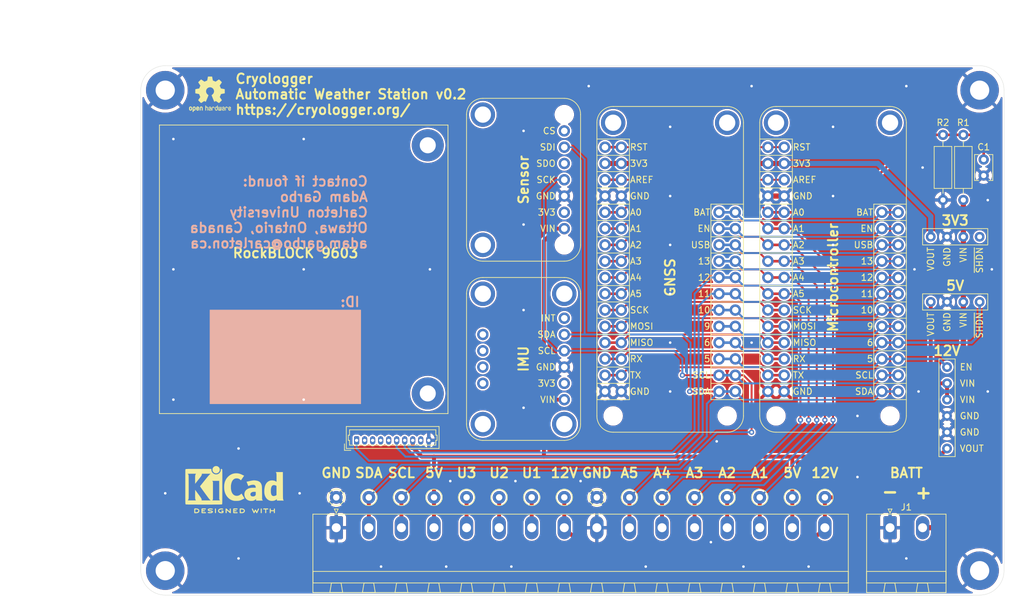
<source format=kicad_pcb>
(kicad_pcb (version 20211014) (generator pcbnew)
  (layers (0 "F.Cu" signal) (31 "B.Cu" signal) (34 "B.Paste" user) (35 "F.Paste" user) (36 "B.SilkS" user "B.Silkscreen") (37 "F.SilkS" user "F.Silkscreen") (38 "B.Mask" user) (39 "F.Mask" user) (44 "Edge.Cuts" user))
  (net 0 "")
  (net 1 "SCL")
  (net 2 "SDA")
  (net 3 "RST")
  (net 4 "AREF")
  (net 5 "SCK")
  (net 6 "MOSI")
  (net 7 "MISO")
  (net 8 "RX0")
  (net 9 "TX1")
  (net 10 "BAT")
  (net 11 "EN")
  (net 12 "A1")
  (net 13 "USB")
  (net 14 "A0")
  (net 15 "A2")
  (net 16 "A3")
  (net 17 "GND")
  (net 18 "+BATT")
  (net 19 "D6")
  (net 20 "D13")
  (net 21 "D5")
  (net 22 "D12")
  (net 23 "D11")
  (net 24 "D10")
  (net 25 "D9")
  (net 26 "+5V")
  (net 27 "+3V3")
  (net 28 "A4")
  (net 29 "A5")
  (net 40 "+12V")
  (net 41 "NC3")
  (net 42 "NC2")
  (net 43 "NC1")
  (footprint "MountingHole:MountingHole_3mm_Pad" (layer "F.Cu") (at 91.44 60.96)
    (fp_text reference "H2")
    (fp_text value "MountingHole_Pad")
  )
  (footprint "Cryologger:Adafruit_Feather_Header_Double" (layer "F.Cu") (at 170.18 88.9)
    (fp_text reference "U3")
    (fp_text value "Adafruit_Feather_Header")
  )
  (footprint "MountingHole:MountingHole_3mm_Pad" (layer "F.Cu") (at 218.44 135.89)
    (fp_text reference "H4")
    (fp_text value "MountingHole_Pad")
  )
  (footprint "MountingHole:MountingHole_3mm_Pad" (layer "F.Cu") (at 218.44 60.96)
    (fp_text reference "H3")
    (fp_text value "MountingHole_Pad")
  )
  (footprint "Cryologger:Adafruit_Feather_Header_Double" (layer "F.Cu") (at 195.58 88.9)
    (fp_text reference "U4")
    (fp_text value "Adafruit_Feather_Header")
  )
  (footprint "Connector_Molex:Molex_PicoBlade_53047-1010_1x10_P1.25mm_Vertical" (layer "F.Cu") (at 121.285 115.57)
    (fp_text reference "U5")
    (fp_text value "ROCKBLOCK_9603")
  )
  (footprint "MountingHole:MountingHole_3mm_Pad" (layer "F.Cu") (at 91.44 135.89)
    (fp_text reference "H1")
    (fp_text value "MountingHole_Pad")
  )
  (footprint "Resistor_THT:R_Axial_DIN0207_L6.3mm_D2.5mm_P10.16mm_Horizontal" (layer "F.Cu") (at 215.9 78.085 90)
    (fp_text reference "R1")
    (fp_text value "4M" hide)
  )
  (footprint "Capacitor_THT:C_Disc_D3.8mm_W2.6mm_P2.50mm" (layer "F.Cu") (at 219.075 71.775 -90)
    (fp_text reference "C1")
    (fp_text value "C")
  )
  (footprint "Cryologger:RockBLOCK_9603" (layer "F.Cu") (at 113.03 88.9)
    (fp_text reference "U8" hide)
    (fp_text value "RockBLOCK_Footprint")
  )
  (footprint "Resistor_THT:R_Axial_DIN0207_L6.3mm_D2.5mm_P10.16mm_Horizontal" (layer "F.Cu") (at 212.725 67.925 -90)
    (fp_text reference "R2")
    (fp_text value "1M" hide)
  )
  (footprint "Connector_Phoenix_MSTB:PhoenixContact_MSTBA_2,5_2-G-5,08_1x02_P5.08mm_Horizontal" (layer "F.Cu") (at 204.47 129.1915)
    (fp_text reference "J1")
    (fp_text value "Screw_Terminal_01x02")
  )
  (footprint "Cryologger:Adafruit_LSM303AGR" (layer "F.Cu") (at 147.32 102.87)
    (fp_text reference "U1" hide)
    (fp_text value "Adafruit_LSM303AGR")
  )
  (footprint "Cryologger:Adafruit_DPS310" (layer "F.Cu") (at 147.32 74.93)
    (fp_text reference "U2" hide)
    (fp_text value "Adafruit_DPS310")
  )
  (footprint "Cryologger:Pololu_D36V6x" (layer "F.Cu") (at 214.63 85.09)
    (fp_text reference "U6" hide)
    (fp_text value "Pololu_D36V6x")
  )
  (footprint "Cryologger:Pin_1.0mm_10.0mm_1x16" (layer "F.Cu") (at 158.75 124.46)
    (fp_text reference "J3" hide)
    (fp_text value "Conn_01x16")
  )
  (footprint "Connector_Phoenix_MSTB:PhoenixContact_MSTBA_2,5_16-G-5,08_1x16_P5.08mm_Horizontal" (layer "F.Cu") (at 118.11 129.1915)
    (fp_text reference "J2" hide)
    (fp_text value "Screw_Terminal_01x16")
  )
  (footprint "Symbol:KiCad-Logo2_6mm_SilkScreen" (layer "F.Cu") (at 102.235 122.555)
    (fp_text reference "REF**" hide)
    (fp_text value "KiCad-Logo2_6mm_SilkScreen" hide)
  )
  (footprint "Cryologger:Pololu_D36V6x" (layer "F.Cu") (at 214.63 95.25)
    (fp_text reference "U7" hide)
    (fp_text value "Pololu_D36V6x")
  )
  (footprint "Cryologger:Pololu_U3V40Fx" (layer "F.Cu") (at 213.36 110.49)
    (fp_text reference "U9" hide)
    (fp_text value "Pololu_U3V40Fx")
  )
  (footprint "Symbol:OSHW-Logo2_7.3x6mm_SilkScreen" (layer "F.Cu") (at 98.425 61.595)
    (fp_text reference "REF**" hide)
    (fp_text value "OSHW-Logo2_7.3x6mm_SilkScreen" hide)
  )
  (gr_poly (pts (xy 121.92 109.855) (xy 98.425 109.855) (xy 98.425 95.25) (xy 121.92 95.25)) (layer "B.SilkS") (width 0.1) (fill solid))
  (gr_line (start 87.63 135.89) (end 87.63 60.96) (layer "Edge.Cuts") (width 0.05))
  (gr_arc (start 91.44 139.7) (mid 88.745923 138.584077) (end 87.63 135.89) (layer "Edge.Cuts") (width 0.05))
  (gr_line (start 222.25 60.96) (end 222.25 135.89) (layer "Edge.Cuts") (width 0.05))
  (gr_line (start 91.44 139.7) (end 218.44 139.7) (layer "Edge.Cuts") (width 0.05))
  (gr_line (start 91.44 57.15) (end 218.44 57.15) (layer "Edge.Cuts") (width 0.05))
  (gr_arc (start 218.44 57.15) (mid 221.134077 58.265923) (end 222.25 60.96) (layer "Edge.Cuts") (width 0.05))
  (gr_arc (start 222.25 135.89) (mid 221.134077 138.584077) (end 218.44 139.7) (layer "Edge.Cuts") (width 0.05))
  (gr_arc (start 87.63 60.96) (mid 88.745923 58.265923) (end 91.44 57.15) (layer "Edge.Cuts") (width 0.05))
  (gr_text "Contact if found:\nAdam Garbo\nCarleton University\nOttawa, Ontario, Canada\nadam.garbo@carleton.ca" (at 123.19 80.01) (layer "B.SilkS") (effects (font (size 1.5 1.5) (thickness 0.3)) (justify left mirror)))
  (gr_text "ID:" (at 121.92 93.98) (layer "B.SilkS") (effects (font (size 1.5 1.5) (thickness 0.3)) (justify left mirror)))
  (gr_text "IMU" (at 147.32 102.87 90) (layer "F.SilkS") (effects (font (size 1.5 1.5) (thickness 0.3))))
  (gr_text "3V3" (at 214.63 81.28) (layer "F.SilkS") (effects (font (size 1.5 1.5) (thickness 0.3))))
  (gr_text "5V" (at 214.63 91.44) (layer "F.SilkS") (effects (font (size 1.5 1.5) (thickness 0.3))))
  (gr_text "-" (at 204.47 123.825 180) (layer "F.SilkS") (effects (font (size 2 2) (thickness 0.4))))
  (gr_text "+" (at 209.55 123.825 90) (layer "F.SilkS") (effects (font (size 2 2) (thickness 0.4))))
  (gr_text "A2" (at 179.07 120.65) (layer "F.SilkS") (effects (font (size 1.5 1.5) (thickness 0.3))))
  (gr_text "U3\n" (at 138.43 120.65) (layer "F.SilkS") (effects (font (size 1.5 1.5) (thickness 0.3))))
  (gr_text "A1" (at 184.15 120.65) (layer "F.SilkS") (effects (font (size 1.5 1.5) (thickness 0.3))))
  (gr_text "RockBLOCK 9603" (at 111.76 86.36) (layer "F.SilkS") (effects (font (size 1.5 1.5) (thickness 0.3))))
  (gr_text "GND" (at 158.75 120.65) (layer "F.SilkS") (effects (font (size 1.5 1.5) (thickness 0.3))))
  (gr_text "12V" (at 153.67 120.65) (layer "F.SilkS") (effects (font (size 1.5 1.5) (thickness 0.3))))
  (gr_text "GND" (at 118.11 120.65) (layer "F.SilkS") (effects (font (size 1.5 1.5) (thickness 0.3))))
  (gr_text "Sensor" (at 147.32 74.93 90) (layer "F.SilkS") (effects (font (size 1.5 1.5) (thickness 0.3))))
  (gr_text "SDA" (at 123.19 120.65) (layer "F.SilkS") (effects (font (size 1.5 1.5) (thickness 0.3))))
  (gr_text "5V" (at 189.23 120.65) (layer "F.SilkS") (effects (font (size 1.5 1.5) (thickness 0.3))))
  (gr_text "A5" (at 163.83 120.65) (layer "F.SilkS") (effects (font (size 1.5 1.5) (thickness 0.3))))
  (gr_text "Microcontroller" (at 195.58 90.17 90) (layer "F.SilkS") (effects (font (size 1.5 1.5) (thickness 0.3))))
  (gr_text "A4" (at 168.91 120.65) (layer "F.SilkS") (effects (font (size 1.5 1.5) (thickness 0.3))))
  (gr_text "GNSS" (at 170.18 90.17 90) (layer "F.SilkS") (effects (font (size 1.5 1.5) (thickness 0.3))))
  (gr_text "BATT" (at 207.01 120.65) (layer "F.SilkS") (effects (font (size 1.5 1.5) (thickness 0.3))))
  (gr_text "Cryologger\nAutomatic Weather Station v0.2\nhttps://cryologger.org/\n" (at 102.235 61.595) (layer "F.SilkS") (effects (font (size 1.5 1.5) (thickness 0.3)) (justify left)))
  (gr_text "U1" (at 148.59 120.65) (layer "F.SilkS") (effects (font (size 1.5 1.5) (thickness 0.3))))
  (gr_text "12V" (at 194.31 120.65) (layer "F.SilkS") (effects (font (size 1.5 1.5) (thickness 0.3))))
  (gr_text "5V" (at 133.35 120.65) (layer "F.SilkS") (effects (font (size 1.5 1.5) (thickness 0.3))))
  (gr_text "A3" (at 173.99 120.65) (layer "F.SilkS") (effects (font (size 1.5 1.5) (thickness 0.3))))
  (gr_text "U2\n" (at 143.51 120.65) (layer "F.SilkS") (effects (font (size 1.5 1.5) (thickness 0.3))))
  (gr_text "SCL\n" (at 128.27 120.65) (layer "F.SilkS") (effects (font (size 1.5 1.5) (thickness 0.3))))
  (gr_text "12V" (at 213.36 101.6) (layer "F.SilkS") (effects (font (size 1.5 1.5) (thickness 0.3))))
  (segment (start 177.8 105.41) (end 172.085 105.41) (width 0.3048) (layer "F.Cu") (net 1))
  (segment (start 128.27 129.1915) (end 128.27 123.825) (width 0.6096) (layer "F.Cu") (net 1))
  (segment (start 182.88 106.68) (end 182.88 114.3) (width 0.3048) (layer "F.Cu") (net 1))
  (segment (start 180.34 105.41) (end 181.61 105.41) (width 0.3048) (layer "F.Cu") (net 1))
  (segment (start 181.61 105.41) (end 182.88 106.68) (width 0.3048) (layer "F.Cu") (net 1))
  (via (at 172.085 105.41) (size 0.8) (drill 0.4) (layers "F.Cu" "B.Cu") (net 1))
  (via (at 182.88 114.3) (size 0.8) (drill 0.4) (layers "F.Cu" "B.Cu") (net 1))
  (segment (start 150.495 76.835) (end 152.4 74.93) (width 0.3048) (layer "B.Cu") (net 1))
  (segment (start 177.419 114.3) (end 171.704 120.015) (width 0.3048) (layer "B.Cu") (net 1))
  (segment (start 182.88 114.3) (end 177.419 114.3) (width 0.3048) (layer "B.Cu") (net 1))
  (segment (start 205.74 105.41) (end 203.2 105.41) (width 0.4064) (layer "B.Cu") (net 1))
  (segment (start 172.085 105.41) (end 172.085 102.87) (width 0.3048) (layer "B.Cu") (net 1))
  (segment (start 181.61 106.68) (end 180.34 105.41) (width 0.3048) (layer "B.Cu") (net 1))
  (segment (start 170.815 101.6) (end 152.4 101.6) (width 0.3048) (layer "B.Cu") (net 1))
  (segment (start 171.704 120.015) (end 132.715 120.015) (width 0.3048) (layer "B.Cu") (net 1))
  (segment (start 132.715 120.015) (end 128.27 124.46) (width 0.3048) (layer "B.Cu") (net 1))
  (segment (start 180.34 105.41) (end 177.8 105.41) (width 0.4064) (layer "B.Cu") (net 1))
  (segment (start 201.93 106.68) (end 181.61 106.68) (width 0.3048) (layer "B.Cu") (net 1))
  (segment (start 150.495 99.695) (end 150.495 76.835) (width 0.3048) (layer "B.Cu") (net 1))
  (segment (start 152.4 101.6) (end 150.495 99.695) (width 0.3048) (layer "B.Cu") (net 1))
  (segment (start 152.4 74.93) (end 153.67 74.93) (width 0.3048) (layer "B.Cu") (net 1))
  (segment (start 172.085 102.87) (end 170.815 101.6) (width 0.3048) (layer "B.Cu") (net 1))
  (segment (start 203.2 105.41) (end 201.93 106.68) (width 0.3048) (layer "B.Cu") (net 1))
  (segment (start 177.8 107.95) (end 173.228 107.95) (width 0.3048) (layer "F.Cu") (net 2))
  (segment (start 123.19 129.1915) (end 123.19 123.825) (width 0.6096) (layer "F.Cu") (net 2))
  (via (at 173.228 107.95) (size 0.8) (drill 0.4) (layers "F.Cu" "B.Cu") (net 2))
  (segment (start 128.27 119.38) (end 171.45 119.38) (width 0.3048) (layer "B.Cu") (net 2))
  (segment (start 173.355 100.33) (end 173.355 107.823) (width 0.3048) (layer "B.Cu") (net 2))
  (segment (start 181.631711 109.241711) (end 180.34 107.95) (width 0.3048) (layer "B.Cu") (net 2))
  (segment (start 201.908289 109.241711) (end 181.631711 109.241711) (width 0.3048) (layer "B.Cu") (net 2))
  (segment (start 180.34 107.95) (end 177.8 107.95) (width 0.4064) (layer "B.Cu") (net 2))
  (segment (start 153.67 69.85) (end 154.94 69.85) (width 0.25) (layer "B.Cu") (net 2))
  (segment (start 203.2 107.95) (end 201.908289 109.241711) (width 0.3048) (layer "B.Cu") (net 2))
  (segment (start 153.67 99.06) (end 172.085 99.06) (width 0.3048) (layer "B.Cu") (net 2))
  (segment (start 172.085 99.06) (end 173.355 100.33) (width 0.3048) (layer "B.Cu") (net 2))
  (segment (start 156.845 71.755) (end 156.845 99.06) (width 0.3048) (layer "B.Cu") (net 2))
  (segment (start 177.8 107.95) (end 175.895 109.855) (width 0.3048) (layer "B.Cu") (net 2))
  (segment (start 171.45 119.38) (end 175.895 114.935) (width 0.3048) (layer "B.Cu") (net 2))
  (segment (start 128.27 119.38) (end 123.19 124.46) (width 0.3048) (layer "B.Cu") (net 2))
  (segment (start 175.895 109.855) (end 175.895 114.935) (width 0.3048) (layer "B.Cu") (net 2))
  (segment (start 205.74 107.95) (end 203.2 107.95) (width 0.4064) (layer "B.Cu") (net 2))
  (segment (start 154.94 69.85) (end 156.845 71.755) (width 0.25) (layer "B.Cu") (net 2))
  (segment (start 173.355 107.823) (end 173.228 107.95) (width 0.3048) (layer "B.Cu") (net 2))
  (segment (start 162.56 69.85) (end 185.42 69.85) (width 0.3048) (layer "F.Cu") (net 3))
  (segment (start 185.42 69.85) (end 187.96 69.85) (width 0.3048) (layer "F.Cu") (net 3))
  (segment (start 160.02 69.85) (end 162.56 69.85) (width 0.4064) (layer "F.Cu") (net 3))
  (segment (start 160.02 74.93) (end 162.56 74.93) (width 0.4064) (layer "F.Cu") (net 4))
  (segment (start 185.42 74.93) (end 187.96 74.93) (width 0.3048) (layer "F.Cu") (net 4))
  (segment (start 162.56 74.93) (end 185.42 74.93) (width 0.3048) (layer "F.Cu") (net 4))
  (segment (start 163.83 93.98) (end 184.15 93.98) (width 0.3048) (layer "F.Cu") (net 5))
  (segment (start 160.02 95.25) (end 162.56 95.25) (width 0.4064) (layer "F.Cu") (net 5))
  (segment (start 162.56 95.25) (end 163.83 93.98) (width 0.3048) (layer "F.Cu") (net 5))
  (segment (start 185.42 95.25) (end 187.96 95.25) (width 0.4064) (layer "F.Cu") (net 5))
  (segment (start 184.15 93.98) (end 185.42 95.25) (width 0.3048) (layer "F.Cu") (net 5))
  (segment (start 160.02 97.79) (end 162.56 97.79) (width 0.4064) (layer "F.Cu") (net 6))
  (segment (start 185.42 97.79) (end 187.96 97.79) (width 0.4064) (layer "F.Cu") (net 6))
  (segment (start 162.56 97.79) (end 163.83 96.52) (width 0.3048) (layer "F.Cu") (net 6))
  (segment (start 184.15 96.52) (end 185.42 97.79) (width 0.3048) (layer "F.Cu") (net 6))
  (segment (start 163.83 96.52) (end 184.15 96.52) (width 0.3048) (layer "F.Cu") (net 6))
  (segment (start 163.83 99.06) (end 184.15 99.06) (width 0.3048) (layer "F.Cu") (net 7))
  (segment (start 185.42 100.33) (end 187.96 100.33) (width 0.4064) (layer "F.Cu") (net 7))
  (segment (start 162.56 100.33) (end 163.83 99.06) (width 0.3048) (layer "F.Cu") (net 7))
  (segment (start 160.02 100.33) (end 162.56 100.33) (width 0.4064) (layer "F.Cu") (net 7))
  (segment (start 184.15 99.06) (end 185.42 100.33) (width 0.3048) (layer "F.Cu") (net 7))
  (segment (start 163.801401 101.628599) (end 162.56 102.87) (width 0.3048) (layer "F.Cu") (net 8))
  (segment (start 185.42 102.87) (end 184.178599 101.628599) (width 0.3048) (layer "F.Cu") (net 8))
  (segment (start 184.178599 101.628599) (end 163.801401 101.628599) (width 0.3048) (layer "F.Cu") (net 8))
  (segment (start 187.96 102.87) (end 185.42 102.87) (width 0.4064) (layer "F.Cu") (net 8))
  (segment (start 162.56 102.87) (end 160.02 102.87) (width 0.4064) (layer "F.Cu") (net 8))
  (segment (start 184.178599 104.168599) (end 163.801401 104.168599) (width 0.3048) (layer "F.Cu") (net 9))
  (segment (start 163.801401 104.168599) (end 162.56 105.41) (width 0.3048) (layer "F.Cu") (net 9))
  (segment (start 162.56 105.41) (end 160.02 105.41) (width 0.4064) (layer "F.Cu") (net 9))
  (segment (start 187.96 105.41) (end 185.42 105.41) (width 0.4064) (layer "F.Cu") (net 9))
  (segment (start 185.42 105.41) (end 184.178599 104.168599) (width 0.3048) (layer "F.Cu") (net 9))
  (segment (start 203.2 80.01) (end 201.93 81.28) (width 0.3048) (layer "B.Cu") (net 10))
  (segment (start 181.61 81.28) (end 180.34 80.01) (width 0.3048) (layer "B.Cu") (net 10))
  (segment (start 201.93 81.28) (end 181.61 81.28) (width 0.3048) (layer "B.Cu") (net 10))
  (segment (start 205.74 80.01) (end 203.2 80.01) (width 0.4064) (layer "B.Cu") (net 10))
  (segment (start 180.34 80.01) (end 177.8 80.01) (width 0.4064) (layer "B.Cu") (net 10))
  (segment (start 205.74 82.55) (end 203.2 82.55) (width 0.4064) (layer "B.Cu") (net 11))
  (segment (start 181.61 83.82) (end 180.34 82.55) (width 0.3048) (layer "B.Cu") (net 11))
  (segment (start 201.93 83.82) (end 181.61 83.82) (width 0.3048) (layer "B.Cu") (net 11))
  (segment (start 203.2 82.55) (end 201.93 83.82) (width 0.3048) (layer "B.Cu") (net 11))
  (segment (start 180.34 82.55) (end 177.8 82.55) (width 0.4064) (layer "B.Cu") (net 11))
  (segment (start 187.96 82.55) (end 189.23 82.55) (width 0.3048) (layer "F.Cu") (net 12))
  (segment (start 163.83 81.28) (end 184.15 81.28) (width 0.3048) (layer "F.Cu") (net 12))
  (segment (start 184.15 129.1915) (end 184.15 123.825) (width 0.6096) (layer "F.Cu") (net 12))
  (segment (start 184.15 81.28) (end 185.42 82.55) (width 0.3048) (layer "F.Cu") (net 12))
  (segment (start 162.56 82.55) (end 163.83 81.28) (width 0.3048) (layer "F.Cu") (net 12))
  (segment (start 189.23 82.55) (end 195.58 88.9) (width 0.3048) (layer "F.Cu") (net 12))
  (segment (start 195.58 88.9) (end 195.58 91.44) (width 0.4064) (layer "F.Cu") (net 12))
  (segment (start 185.42 82.55) (end 187.96 82.55) (width 0.4064) (layer "F.Cu") (net 12))
  (segment (start 195.58 91.44) (end 195.58 112.395) (width 0.3048) (layer "F.Cu") (net 12))
  (segment (start 160.02 82.55) (end 162.56 82.55) (width 0.4064) (layer "F.Cu") (net 12))
  (via (at 195.58 112.395) (size 0.8) (drill 0.4) (layers "F.Cu" "B.Cu") (net 12))
  (segment (start 195.58 112.395) (end 195.58 113.03) (width 0.3048) (layer "B.Cu") (net 12))
  (segment (start 195.58 113.03) (end 184.15 124.46) (width 0.3048) (layer "B.Cu") (net 12))
  (segment (start 205.74 85.09) (end 203.2 85.09) (width 0.4064) (layer "B.Cu") (net 13))
  (segment (start 181.61 86.36) (end 180.34 85.09) (width 0.3048) (layer "B.Cu") (net 13))
  (segment (start 201.93 86.36) (end 181.61 86.36) (width 0.3048) (layer "B.Cu") (net 13))
  (segment (start 203.2 85.09) (end 201.93 86.36) (width 0.3048) (layer "B.Cu") (net 13))
  (segment (start 180.34 85.09) (end 177.8 85.09) (width 0.4064) (layer "B.Cu") (net 13))
  (segment (start 215.9 67.925) (end 217.15 67.925) (width 0.4064) (layer "F.Cu") (net 14))
  (segment (start 212.725 67.925) (end 215.9 67.925) (width 0.4064) (layer "F.Cu") (net 14))
  (segment (start 185.42 80.01) (end 187.96 80.01) (width 0.4064) (layer "F.Cu") (net 14))
  (segment (start 160.02 80.01) (end 162.56 80.01) (width 0.4064) (layer "F.Cu") (net 14))
  (segment (start 219.075 69.85) (end 219.075 71.775) (width 0.4064) (layer "F.Cu") (net 14))
  (segment (start 187.96 80.01) (end 196.85 80.01) (width 0.4064) (layer "F.Cu") (net 14))
  (segment (start 163.83 78.74) (end 184.15 78.74) (width 0.3048) (layer "F.Cu") (net 14))
  (segment (start 208.915 67.945) (end 208.935 67.925) (width 0.4064) (layer "F.Cu") (net 14))
  (segment (start 162.56 80.01) (end 163.83 78.74) (width 0.3048) (layer "F.Cu") (net 14))
  (segment (start 184.15 78.74) (end 185.42 80.01) (width 0.3048) (layer "F.Cu") (net 14))
  (segment (start 196.85 80.01) (end 208.915 67.945) (width 0.4064) (layer "F.Cu") (net 14))
  (segment (start 208.935 67.925) (end 212.725 67.925) (width 0.4064) (layer "F.Cu") (net 14))
  (segment (start 217.15 67.925) (end 219.075 69.85) (width 0.4064) (layer "F.Cu") (net 14))
  (segment (start 185.42 85.09) (end 187.96 85.09) (width 0.4064) (layer "F.Cu") (net 15))
  (segment (start 194.31 90.17) (end 194.31 112.395) (width 0.3048) (layer "F.Cu") (net 15))
  (segment (start 187.96 85.09) (end 189.23 85.09) (width 0.3048) (layer "F.Cu") (net 15))
  (segment (start 160.02 85.09) (end 162.56 85.09) (width 0.4064) (layer "F.Cu") (net 15))
  (segment (start 179.07 129.1915) (end 179.07 123.825) (width 0.6096) (layer "F.Cu") (net 15))
  (segment (start 184.15 83.82) (end 185.42 85.09) (width 0.3048) (layer "F.Cu") (net 15))
  (segment (start 163.83 83.82) (end 184.15 83.82) (width 0.3048) (layer "F.Cu") (net 15))
  (segment (start 189.23 85.09) (end 194.31 90.17) (width 0.3048) (layer "F.Cu") (net 15))
  (segment (start 162.56 85.09) (end 163.83 83.82) (width 0.3048) (layer "F.Cu") (net 15))
  (via (at 194.31 112.395) (size 0.8) (drill 0.4) (layers "F.Cu" "B.Cu") (net 15))
  (segment (start 194.31 113.03) (end 194.31 112.395) (width 0.3048) (layer "B.Cu") (net 15))
  (segment (start 179.07 124.46) (end 180.975 122.555) (width 0.3048) (layer "B.Cu") (net 15))
  (segment (start 180.975 122.555) (end 184.785 122.555) (width 0.3048) (layer "B.Cu") (net 15))
  (segment (start 184.785 122.555) (end 194.31 113.03) (width 0.3048) (layer "B.Cu") (net 15))
  (segment (start 187.96 87.63) (end 189.23 87.63) (width 0.3048) (layer "F.Cu") (net 16))
  (segment (start 193.04 91.44) (end 193.04 112.395) (width 0.3048) (layer "F.Cu") (net 16))
  (segment (start 189.23 87.63) (end 193.04 91.44) (width 0.3048) (layer "F.Cu") (net 16))
  (segment (start 185.42 87.63) (end 187.96 87.63) (width 0.4064) (layer "F.Cu") (net 16))
  (segment (start 160.02 87.63) (end 162.56 87.63) (width 0.4064) (layer "F.Cu") (net 16))
  (segment (start 184.15 86.36) (end 185.42 87.63) (width 0.3048) (layer "F.Cu") (net 16))
  (segment (start 163.83 86.36) (end 184.15 86.36) (width 0.3048) (layer "F.Cu") (net 16))
  (segment (start 173.99 129.1915) (end 173.99 123.825) (width 0.6096) (layer "F.Cu") (net 16))
  (segment (start 162.56 87.63) (end 163.83 86.36) (width 0.3048) (layer "F.Cu") (net 16))
  (via (at 193.04 112.395) (size 0.8) (drill 0.4) (layers "F.Cu" "B.Cu") (net 16))
  (segment (start 176.53 121.92) (end 184.228204 121.92) (width 0.3048) (layer "B.Cu") (net 16))
  (segment (start 173.99 124.46) (end 176.53 121.92) (width 0.3048) (layer "B.Cu") (net 16))
  (segment (start 184.228204 121.92) (end 193.04 113.108204) (width 0.3048) (layer "B.Cu") (net 16))
  (segment (start 193.04 113.108204) (end 193.04 112.395) (width 0.3048) (layer "B.Cu") (net 16))
  (segment (start 185.42 77.47) (end 187.96 77.47) (width 0.8128) (layer "F.Cu") (net 17))
  (via (at 113.03 68.58) (size 0.8) (drill 0.4) (layers "F.Cu" "B.Cu") (net 17))
  (via (at 145.415 135.255) (size 0.8) (drill 0.4) (layers "F.Cu" "B.Cu") (net 17))
  (via (at 132.715 88.9) (size 0.8) (drill 0.4) (layers "F.Cu" "B.Cu") (net 17))
  (via (at 147.32 81.915) (size 0.8) (drill 0.4) (layers "F.Cu" "B.Cu") (net 17))
  (via (at 182.88 60.325) (size 0.8) (drill 0.4) (layers "F.Cu" "B.Cu") (net 17))
  (via (at 170.18 77.47) (size 0.8) (drill 0.4) (layers "F.Cu" "B.Cu") (net 17))
  (via (at 113.03 109.22) (size 0.8) (drill 0.4) (layers "F.Cu" "B.Cu") (net 17))
  (via (at 208.28 88.9) (size 0.8) (drill 0.4) (layers "F.Cu" "B.Cu") (net 17))
  (via (at 102.87 116.84) (size 0.8) (drill 0.4) (layers "F.Cu" "B.Cu") (net 17))
  (via (at 170.18 100.33) (size 0.8) (drill 0.4) (layers "F.Cu" "B.Cu") (net 17))
  (via (at 166.37 135.255) (size 0.8) (drill 0.4) (layers "F.Cu" "B.Cu") (net 17))
  (via (at 146.05 121.92) (size 0.8) (drill 0.4) (layers "F.Cu" "B.Cu") (net 17))
  (via (at 182.88 100.33) (size 0.8) (drill 0.4) (layers "F.Cu" "B.Cu") (net 17))
  (via (at 125.095 135.255) (size 0.8) (drill 0.4) (layers "F.Cu" "B.Cu") (net 17))
  (via (at 92.71 68.58) (size 0.8) (drill 0.4) (layers "F.Cu" "B.Cu") (net 17))
  (via (at 209.55 73.025) (size 0.8) (drill 0.4) (layers "F.Cu" "B.Cu") (net 17))
  (via (at 170.18 107.95) (size 0.8) (drill 0.4) (layers "F.Cu" "B.Cu") (net 17))
  (via (at 177.437624 115.725724) (size 0.8) (drill 0.4) (layers "F.Cu" "B.Cu") (net 17))
  (via (at 207.01 133.985) (size 0.8) (drill 0.4) (layers "F.Cu" "B.Cu") (net 17))
  (via (at 199.39 111.76) (size 0.8) (drill 0.4) (layers "F.Cu" "B.Cu") (net 17))
  (via (at 157.48 60.325) (size 0.8) (drill 0.4) (layers "F.Cu" "B.Cu") (net 17))
  (via (at 219.71 78.105) (size 0.8) (drill 0.4) (layers "F.Cu" "B.Cu") (net 17))
  (via (at 170.18 92.71) (size 0.8) (drill 0.4) (layers "F.Cu" "B.Cu") (net 17))
  (via (at 135.89 121.92) (size 0.8) (drill 0.4) (layers "F.Cu" "B.Cu") (net 17))
  (via (at 220.345 88.9) (size 0.8) (drill 0.4) (layers "F.Cu" "B.Cu") (net 17))
  (via (at 191.77 135.255) (size 0.8) (drill 0.4) (layers "F.Cu" "B.Cu") (net 17))
  (via (at 195.58 85.09) (size 0.8) (drill 0.4) (layers "F.Cu" "B.Cu") (net 17))
  (via (at 135.255 135.255) (size 0.8) (drill 0.4) (layers "F.Cu" "B.Cu") (net 17))
  (via (at 91.44 123.825) (size 0.8) (drill 0.4) (layers "F.Cu" "B.Cu") (net 17))
  (via (at 219.71 107.95) (size 0.8) (drill 0.4) (layers "F.Cu" "B.Cu") (net 17))
  (via (at 207.01 60.325) (size 0.8) (drill 0.4) (layers "F.Cu" "B.Cu") (net 17))
  (via (at 102.87 133.985) (size 0.8) (drill 0.4) (layers "F.Cu" "B.Cu") (net 17))
  (via (at 208.915 107.95) (size 0.8) (drill 0.4) (layers "F.Cu" "B.Cu") (net 17))
  (via (at 92.71 88.9) (size 0.8) (drill 0.4) (layers "F.Cu" "B.Cu") (net 17))
  (via (at 181.61 135.255) (size 0.8) (drill 0.4) (layers "F.Cu" "B.Cu") (net 17))
  (via (at 112.395 123.825) (size 0.8) (drill 0.4) (layers "F.Cu" "B.Cu") (net 17))
  (via (at 170.18 85.09) (size 0.8) (drill 0.4) (layers "F.Cu" "B.Cu") (net 17))
  (via (at 199.39 121.285) (size 0.8) (drill 0.4) (layers "F.Cu" "B.Cu") (net 17))
  (via (at 113.03 88.9) (size 0.8) (drill 0.4) (layers "F.Cu" "B.Cu") (net 17))
  (via (at 195.58 66.675) (size 0.8) (drill 0.4) (layers "F.Cu" "B.Cu") (net 17))
  (via (at 147.32 110.49) (size 0.8) (drill 0.4) (layers "F.Cu" "B.Cu") (net 17))
  (via (at 147.32 95.25) (size 0.8) (drill 0.4) (layers "F.Cu" "B.Cu") (net 17))
  (via (at 195.58 77.47) (size 0.8) (drill 0.4) (layers "F.Cu" "B.Cu") (net 17))
  (via (at 176.53 131.445) (size 0.8) (drill 0.4) (layers "F.Cu" "B.Cu") (net 17))
  (via (at 92.71 109.22) (size 0.8) (drill 0.4) (layers "F.Cu" "B.Cu") (net 17))
  (via (at 147.32 67.31) (size 0.8) (drill 0.4) (layers "F.Cu" "B.Cu") (net 17))
  (via (at 156.21 121.92) (size 0.8) (drill 0.4) (layers "F.Cu" "B.Cu") (net 17))
  (via (at 170.18 66.675) (size 0.8) (drill 0.4) (layers "F.Cu" "B.Cu") (net 17))
  (segment (start 211.455 129.1915) (end 209.55 129.1915) (width 0.8128) (layer "F.Cu") (net 18))
  (segment (start 215.9 83.82) (end 215.9 93.98) (width 0.8128) (layer "F.Cu") (net 18))
  (segment (start 215.9 124.7465) (end 211.455 129.1915) (width 0.8128) (layer "F.Cu") (net 18))
  (segment (start 215.9 124.7465) (end 215.9 93.98) (width 0.8128) (layer "F.Cu") (net 18))
  (segment (start 215.9 83.82) (end 215.9 78.085) (width 0.8128) (layer "F.Cu") (net 18))
  (segment (start 201.93 101.6) (end 181.61 101.6) (width 0.3048) (layer "B.Cu") (net 19))
  (segment (start 180.34 100.33) (end 177.8 100.33) (width 0.4064) (layer "B.Cu") (net 19))
  (segment (start 205.74 100.33) (end 217.17 100.33) (width 0.4064) (layer "B.Cu") (net 19))
  (segment (start 218.44 99.06) (end 218.44 93.98) (width 0.4064) (layer "B.Cu") (net 19))
  (segment (start 217.17 100.33) (end 218.44 99.06) (width 0.4064) (layer "B.Cu") (net 19))
  (segment (start 203.2 100.33) (end 201.93 101.6) (width 0.3048) (layer "B.Cu") (net 19))
  (segment (start 181.61 101.6) (end 180.34 100.33) (width 0.3048) (layer "B.Cu") (net 19))
  (segment (start 205.74 100.33) (end 203.2 100.33) (width 0.4064) (layer "B.Cu") (net 19))
  (segment (start 205.74 87.63) (end 203.2 87.63) (width 0.4064) (layer "B.Cu") (net 20))
  (segment (start 181.61 88.9) (end 180.34 87.63) (width 0.3048) (layer "B.Cu") (net 20))
  (segment (start 201.93 88.9) (end 181.61 88.9) (width 0.3048) (layer "B.Cu") (net 20))
  (segment (start 203.2 87.63) (end 201.93 88.9) (width 0.3048) (layer "B.Cu") (net 20))
  (segment (start 180.34 87.63) (end 177.8 87.63) (width 0.4064) (layer "B.Cu") (net 20))
  (segment (start 203.2 102.87) (end 201.93 104.14) (width 0.3048) (layer "B.Cu") (net 21))
  (segment (start 205.74 102.87) (end 203.2 102.87) (width 0.4064) (layer "B.Cu") (net 21))
  (segment (start 181.61 104.14) (end 180.34 102.87) (width 0.3048) (layer "B.Cu") (net 21))
  (segment (start 180.34 102.87) (end 177.8 102.87) (width 0.4064) (layer "B.Cu") (net 21))
  (segment (start 212.09 102.87) (end 213.36 104.14) (width 0.4064) (layer "B.Cu") (net 21))
  (segment (start 205.74 102.87) (end 212.09 102.87) (width 0.4064) (layer "B.Cu") (net 21))
  (segment (start 201.93 104.14) (end 181.61 104.14) (width 0.3048) (layer "B.Cu") (net 21))
  (segment (start 128.785 116.72) (end 129.54 117.475) (width 0.3048) (layer "B.Cu") (net 22))
  (segment (start 180.34 90.17) (end 177.8 90.17) (width 0.4064) (layer "B.Cu") (net 22))
  (segment (start 173.99 92.71) (end 176.53 90.17) (width 0.3048) (layer "B.Cu") (net 22))
  (segment (start 128.785 115.57) (end 128.785 116.72) (width 0.3048) (layer "B.Cu") (net 22))
  (segment (start 203.2 90.17) (end 201.93 91.44) (width 0.3048) (layer "B.Cu") (net 22))
  (segment (start 205.74 90.17) (end 203.2 90.17) (width 0.4064) (layer "B.Cu") (net 22))
  (segment (start 170.561 117.475) (end 173.99 114.046) (width 0.3048) (layer "B.Cu") (net 22))
  (segment (start 181.61 91.44) (end 180.34 90.17) (width 0.3048) (layer "B.Cu") (net 22))
  (segment (start 173.99 114.046) (end 173.99 92.71) (width 0.3048) (layer "B.Cu") (net 22))
  (segment (start 201.93 91.44) (end 181.61 91.44) (width 0.3048) (layer "B.Cu") (net 22))
  (segment (start 176.53 90.17) (end 177.8 90.17) (width 0.3048) (layer "B.Cu") (net 22))
  (segment (start 129.54 117.475) (end 170.561 117.475) (width 0.3048) (layer "B.Cu") (net 22))
  (segment (start 205.74 92.71) (end 203.2 92.71) (width 0.4064) (layer "B.Cu") (net 23))
  (segment (start 170.815 118.11) (end 174.625 114.3) (width 0.3048) (layer "B.Cu") (net 23))
  (segment (start 127.535 115.57) (end 127.535 116.74) (width 0.3048) (layer "B.Cu") (net 23))
  (segment (start 201.93 93.98) (end 203.2 92.71) (width 0.3048) (layer "B.Cu") (net 23))
  (segment (start 174.625 94.615) (end 176.53 92.71) (width 0.3048) (layer "B.Cu") (net 23))
  (segment (start 176.53 92.71) (end 177.8 92.71) (width 0.3048) (layer "B.Cu") (net 23))
  (segment (start 174.625 114.3) (end 174.625 94.615) (width 0.3048) (layer "B.Cu") (net 23))
  (segment (start 181.61 93.98) (end 201.93 93.98) (width 0.3048) (layer "B.Cu") (net 23))
  (segment (start 127.535 116.74) (end 128.905 118.11) (width 0.3048) (layer "B.Cu") (net 23))
  (segment (start 180.34 92.71) (end 181.61 93.98) (width 0.3048) (layer "B.Cu") (net 23))
  (segment (start 180.34 92.71) (end 177.8 92.71) (width 0.4064) (layer "B.Cu") (net 23))
  (segment (start 128.905 118.11) (end 170.815 118.11) (width 0.3048) (layer "B.Cu") (net 23))
  (segment (start 201.93 96.52) (end 181.61 96.52) (width 0.3048) (layer "B.Cu") (net 24))
  (segment (start 123.19 118.745) (end 171.196 118.745) (width 0.3048) (layer "B.Cu") (net 24))
  (segment (start 181.61 96.52) (end 180.34 95.25) (width 0.3048) (layer "B.Cu") (net 24))
  (segment (start 205.74 95.25) (end 203.2 95.25) (width 0.4064) (layer "B.Cu") (net 24))
  (segment (start 171.196 118.745) (end 175.26 114.681) (width 0.3048) (layer "B.Cu") (net 24))
  (segment (start 176.53 95.25) (end 177.8 95.25) (width 0.3048) (layer "B.Cu") (net 24))
  (segment (start 175.26 96.52) (end 176.53 95.25) (width 0.3048) (layer "B.Cu") (net 24))
  (segment (start 180.34 95.25) (end 177.8 95.25) (width 0.4064) (layer "B.Cu") (net 24))
  (segment (start 203.2 95.25) (end 201.93 96.52) (width 0.3048) (layer "B.Cu") (net 24))
  (segment (start 121.285 115.57) (end 121.285 116.84) (width 0.3048) (layer "B.Cu") (net 24))
  (segment (start 121.285 116.84) (end 123.19 118.745) (width 0.3048) (layer "B.Cu") (net 24))
  (segment (start 175.26 114.681) (end 175.26 96.52) (width 0.3048) (layer "B.Cu") (net 24))
  (segment (start 180.34 97.79) (end 177.8 97.79) (width 0.4064) (layer "B.Cu") (net 25))
  (segment (start 201.93 99.06) (end 181.61 99.06) (width 0.3048) (layer "B.Cu") (net 25))
  (segment (start 203.2 97.79) (end 201.93 99.06) (width 0.3048) (layer "B.Cu") (net 25))
  (segment (start 181.61 99.06) (end 180.34 97.79) (width 0.3048) (layer "B.Cu") (net 25))
  (segment (start 205.74 97.79) (end 203.2 97.79) (width 0.4064) (layer "B.Cu") (net 25))
  (segment (start 150.495 109.22) (end 150.495 118.11) (width 0.6096) (layer "F.Cu") (net 26))
  (segment (start 213.36 106.68) (end 213.36 109.22) (width 0.6096) (layer "F.Cu") (net 26))
  (segment (start 130.035 116.7) (end 131.445 118.11) (width 0.6096) (layer "F.Cu") (net 26))
  (segment (start 130.035 115.57) (end 130.035 116.7) (width 0.6096) (layer "F.Cu") (net 26))
  (segment (start 150.495 118.11) (end 207.01 118.11) (width 0.6096) (layer "F.Cu") (net 26))
  (segment (start 131.445 118.11) (end 133.35 118.11) (width 0.6096) (layer "F.Cu") (net 26))
  (segment (start 150.495 109.22) (end 150.495 84.467765) (width 0.6096) (layer "F.Cu") (net 26))
  (segment (start 133.35 118.11) (end 150.495 118.11) (width 0.6096) (layer "F.Cu") (net 26))
  (segment (start 133.35 118.11) (end 133.35 124.46) (width 0.6096) (layer "F.Cu") (net 26))
  (segment (start 152.412765 82.55) (end 153.67 82.55) (width 0.6096) (layer "F.Cu") (net 26))
  (segment (start 213.36 106.68) (end 210.82 106.68) (width 0.6096) (layer "F.Cu") (net 26))
  (segment (start 150.495 109.22) (end 153.67 109.22) (width 0.6096) (layer "F.Cu") (net 26))
  (segment (start 189.23 124.46) (end 189.23 118.11) (width 0.6096) (layer "F.Cu") (net 26))
  (segment (start 150.495 84.467765) (end 152.412765 82.55) (width 0.6096) (layer "F.Cu") (net 26))
  (segment (start 207.01 118.11) (end 210.82 114.3) (width 0.6096) (layer "F.Cu") (net 26))
  (segment (start 210.82 93.98) (end 210.82 106.68) (width 0.6096) (layer "F.Cu") (net 26))
  (segment (start 189.23 129.1915) (end 189.23 123.825) (width 0.6096) (layer "F.Cu") (net 26))
  (segment (start 210.82 114.3) (end 210.82 106.68) (width 0.6096) (layer "F.Cu") (net 26))
  (segment (start 133.35 124.46) (end 133.35 129.1915) (width 0.6096) (layer "F.Cu") (net 26))
  (segment (start 162.56 72.39) (end 160.02 72.39) (width 0.8128) (layer "F.Cu") (net 27))
  (segment (start 185.42 72.39) (end 187.96 72.39) (width 0.8128) (layer "F.Cu") (net 27))
  (segment (start 185.42 72.39) (end 162.56 72.39) (width 0.8128) (layer "F.Cu") (net 27))
  (segment (start 210.82 80.645) (end 202.565 72.39) (width 0.8128) (layer "B.Cu") (net 27))
  (segment (start 210.82 83.82) (end 210.82 80.645) (width 0.8128) (layer "B.Cu") (net 27))
  (segment (start 187.96 72.39) (end 202.565 72.39) (width 0.8128) (layer "B.Cu") (net 27))
  (segment (start 187.96 90.17) (end 189.23 90.17) (width 0.3048) (layer "F.Cu") (net 28))
  (segment (start 163.83 88.9) (end 184.15 88.9) (width 0.3048) (layer "F.Cu") (net 28))
  (segment (start 185.42 90.17) (end 187.96 90.17) (width 0.4064) (layer "F.Cu") (net 28))
  (segment (start 162.56 90.17) (end 163.83 88.9) (width 0.3048) (layer "F.Cu") (net 28))
  (segment (start 168.91 129.1915) (end 168.91 123.825) (width 0.6096) (layer "F.Cu") (net 28))
  (segment (start 184.15 88.9) (end 185.42 90.17) (width 0.3048) (layer "F.Cu") (net 28))
  (segment (start 160.02 90.17) (end 162.56 90.17) (width 0.4064) (layer "F.Cu") (net 28))
  (segment (start 191.77 92.71) (end 191.77 112.395) (width 0.3048) (layer "F.Cu") (net 28))
  (segment (start 189.23 90.17) (end 191.77 92.71) (width 0.3048) (layer "F.Cu") (net 28))
  (via (at 191.77 112.395) (size 0.8) (drill 0.4) (layers "F.Cu" "B.Cu") (net 28))
  (segment (start 183.515 121.285) (end 191.77 113.03) (width 0.3048) (layer "B.Cu") (net 28))
  (segment (start 172.085 121.285) (end 183.515 121.285) (width 0.3048) (layer "B.Cu") (net 28))
  (segment (start 191.77 113.03) (end 191.77 112.395) (width 0.3048) (layer "B.Cu") (net 28))
  (segment (start 168.91 124.46) (end 172.085 121.285) (width 0.3048) (layer "B.Cu") (net 28))
  (segment (start 190.5 93.98) (end 190.5 112.395) (width 0.3048) (layer "F.Cu") (net 29))
  (segment (start 162.56 92.71) (end 163.83 91.44) (width 0.3048) (layer "F.Cu") (net 29))
  (segment (start 160.02 92.71) (end 162.56 92.71) (width 0.4064) (layer "F.Cu") (net 29))
  (segment (start 185.42 92.71) (end 187.96 92.71) (width 0.4064) (layer "F.Cu") (net 29))
  (segment (start 187.96 92.71) (end 189.23 92.71) (width 0.3048) (layer "F.Cu") (net 29))
  (segment (start 189.23 92.71) (end 190.5 93.98) (width 0.3048) (layer "F.Cu") (net 29))
  (segment (start 163.83 129.1915) (end 163.83 123.825) (width 0.6096) (layer "F.Cu") (net 29))
  (segment (start 184.15 91.44) (end 185.42 92.71) (width 0.3048) (layer "F.Cu") (net 29))
  (segment (start 163.83 91.44) (end 184.15 91.44) (width 0.3048) (layer "F.Cu") (net 29))
  (via (at 190.5 112.395) (size 0.8) (drill 0.4) (layers "F.Cu" "B.Cu") (net 29))
  (segment (start 190.5 113.03) (end 190.5 112.395) (width 0.3048) (layer "B.Cu") (net 29))
  (segment (start 163.83 124.46) (end 167.64 120.65) (width 0.3048) (layer "B.Cu") (net 29))
  (segment (start 182.88 120.65) (end 190.5 113.03) (width 0.3048) (layer "B.Cu") (net 29))
  (segment (start 167.64 120.65) (end 182.88 120.65) (width 0.3048) (layer "B.Cu") (net 29))
  (segment (start 157.8285 133.35) (end 153.67 129.1915) (width 0.6096) (layer "F.Cu") (net 40))
  (segment (start 194.31 129.1915) (end 194.31 123.825) (width 0.6096) (layer "F.Cu") (net 40))
  (segment (start 153.67 129.1915) (end 153.67 124.46) (width 0.6096) (layer "F.Cu") (net 40))
  (segment (start 205.74 124.46) (end 213.36 116.84) (width 0.6096) (layer "F.Cu") (net 40))
  (segment (start 190.1515 133.35) (end 157.8285 133.35) (width 0.6096) (layer "F.Cu") (net 40))
  (segment (start 194.31 129.1915) (end 190.1515 133.35) (width 0.6096) (layer "F.Cu") (net 40))
  (segment (start 194.31 124.46) (end 205.74 124.46) (width 0.6096) (layer "F.Cu") (net 40))
  (segment (start 138.43 129.1915) (end 138.43 124.46) (width 0.6096) (layer "F.Cu") (net 41))
  (segment (start 143.51 129.1915) (end 143.51 124.46) (width 0.6096) (layer "F.Cu") (net 42))
  (segment (start 148.59 129.1915) (end 148.59 124.46) (width 0.6096) (layer "F.Cu") (net 43))
  (zone (net 17) (net_name "GND") (layer "F.Cu") (connect_pads (clearance 0.254)) (min_thickness 0.254) (fill yes (thermal_gap 0.508) (thermal_bridge_width 0.508))
    (polygon (pts (xy 222.25 139.7) (xy 87.63 139.7) (xy 87.63 57.15) (xy 222.25 57.15)))
  )
  (zone (net 17) (net_name "GND") (layer "B.Cu") (connect_pads (clearance 0.254)) (min_thickness 0.254) (fill yes (thermal_gap 0.508) (thermal_bridge_width 0.508))
    (polygon (pts (xy 222.25 139.7) (xy 87.63 139.7) (xy 87.63 57.15) (xy 222.25 57.15)))
  )
)
</source>
